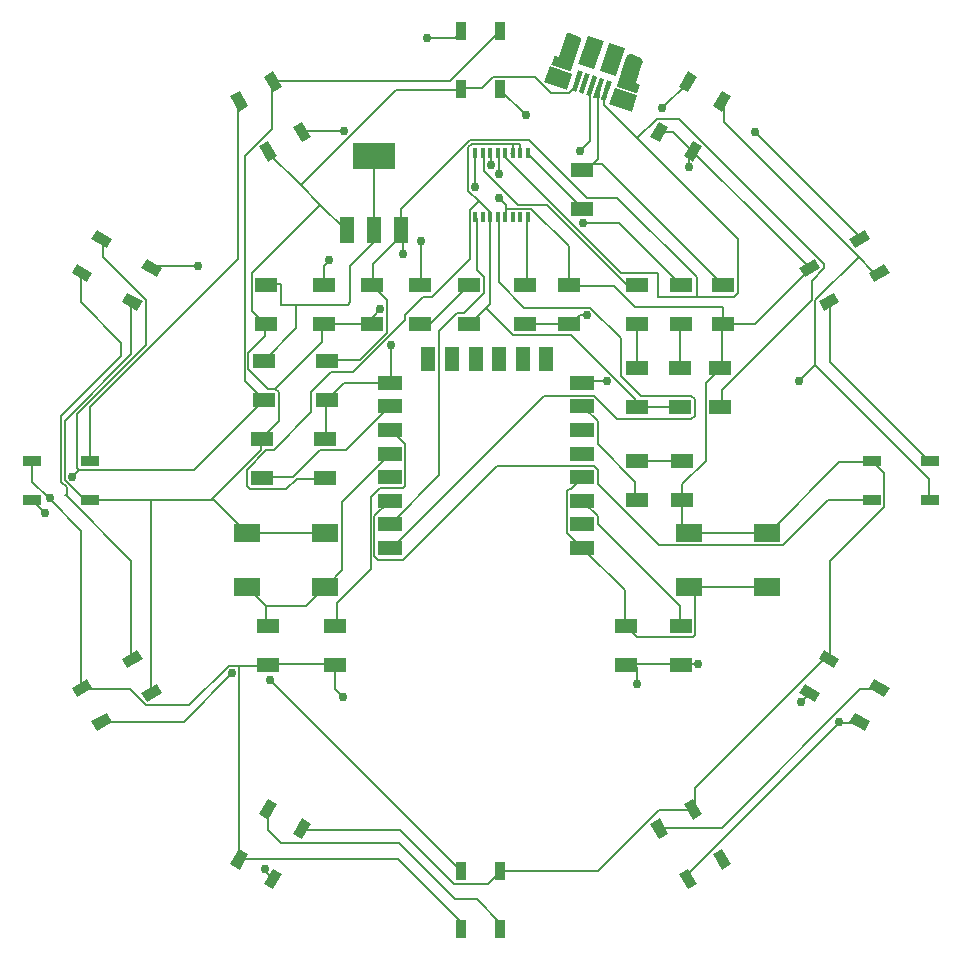
<source format=gbr>
G04 EAGLE Gerber RS-274X export*
G75*
%MOMM*%
%FSLAX34Y34*%
%LPD*%
%INTop Copper*%
%IPPOS*%
%AMOC8*
5,1,8,0,0,1.08239X$1,22.5*%
G01*
%ADD10R,1.905000X1.270000*%
%ADD11R,0.406400X0.914400*%
%ADD12R,1.500000X0.900000*%
%ADD13R,0.900000X1.500000*%
%ADD14R,2.286000X1.524000*%
%ADD15R,2.000000X1.200000*%
%ADD16R,1.200000X2.000000*%
%ADD17R,1.219200X2.235200*%
%ADD18R,3.600000X2.200000*%
%ADD19R,1.750000X0.400000*%
%ADD20R,1.460000X2.000000*%
%ADD21R,2.500000X1.425000*%
%ADD22C,1.000000*%
%ADD23C,1.100000*%
%ADD24C,0.152400*%
%ADD25C,0.756400*%

G36*
X131470Y327544D02*
X131470Y327544D01*
X131525Y327539D01*
X131611Y327557D01*
X131699Y327566D01*
X131750Y327586D01*
X131803Y327597D01*
X131881Y327638D01*
X131963Y327671D01*
X132007Y327704D01*
X132055Y327729D01*
X132118Y327791D01*
X132188Y327845D01*
X132220Y327889D01*
X132260Y327926D01*
X132294Y327989D01*
X132356Y328074D01*
X132388Y328163D01*
X132420Y328221D01*
X134509Y334271D01*
X134521Y334332D01*
X134542Y334391D01*
X134548Y334471D01*
X134563Y334550D01*
X134558Y334612D01*
X134562Y334675D01*
X134545Y334753D01*
X134538Y334833D01*
X134515Y334892D01*
X134502Y334952D01*
X134464Y335023D01*
X134435Y335098D01*
X134397Y335148D01*
X134368Y335203D01*
X134312Y335261D01*
X134263Y335324D01*
X134213Y335362D01*
X134169Y335406D01*
X134110Y335438D01*
X134035Y335494D01*
X133936Y335531D01*
X133873Y335565D01*
X131279Y336438D01*
X136939Y353406D01*
X136979Y353621D01*
X136990Y353670D01*
X137035Y354462D01*
X137022Y354611D01*
X137022Y354689D01*
X136889Y355471D01*
X136844Y355614D01*
X136826Y355690D01*
X136523Y356423D01*
X136448Y356551D01*
X136413Y356622D01*
X135955Y357269D01*
X135852Y357378D01*
X135803Y357439D01*
X135212Y357968D01*
X135088Y358050D01*
X135026Y358099D01*
X134332Y358483D01*
X134193Y358537D01*
X134122Y358570D01*
X133381Y358784D01*
X127716Y360691D01*
X127587Y360715D01*
X127512Y360737D01*
X126823Y360819D01*
X126615Y360814D01*
X126558Y360815D01*
X125871Y360716D01*
X125671Y360658D01*
X125616Y360645D01*
X124979Y360371D01*
X124801Y360263D01*
X124751Y360236D01*
X124206Y359806D01*
X124143Y359741D01*
X124077Y359686D01*
X124051Y359646D01*
X124021Y359617D01*
X123605Y359061D01*
X123505Y358879D01*
X123476Y358830D01*
X123218Y358186D01*
X123211Y358156D01*
X123199Y358135D01*
X115050Y334077D01*
X115039Y334019D01*
X115019Y333963D01*
X115013Y333880D01*
X114998Y333798D01*
X115003Y333739D01*
X114999Y333679D01*
X115017Y333598D01*
X115025Y333515D01*
X115046Y333460D01*
X115059Y333402D01*
X115098Y333328D01*
X115129Y333251D01*
X115165Y333203D01*
X115193Y333151D01*
X115252Y333091D01*
X115302Y333025D01*
X115350Y332990D01*
X115392Y332948D01*
X115452Y332915D01*
X115532Y332857D01*
X115627Y332822D01*
X115688Y332789D01*
X131137Y327590D01*
X131190Y327580D01*
X131241Y327561D01*
X131329Y327554D01*
X131416Y327538D01*
X131470Y327544D01*
G37*
G36*
X75916Y346241D02*
X75916Y346241D01*
X75974Y346237D01*
X76057Y346255D01*
X76141Y346263D01*
X76195Y346285D01*
X76252Y346297D01*
X76327Y346337D01*
X76405Y346368D01*
X76451Y346404D01*
X76503Y346431D01*
X76563Y346490D01*
X76630Y346542D01*
X76664Y346589D01*
X76706Y346630D01*
X76739Y346691D01*
X76798Y346772D01*
X76832Y346865D01*
X76865Y346926D01*
X85189Y371663D01*
X85201Y371727D01*
X85220Y371774D01*
X85330Y372288D01*
X85345Y372497D01*
X85351Y372553D01*
X85325Y373078D01*
X85285Y373282D01*
X85277Y373339D01*
X85115Y373839D01*
X85024Y374027D01*
X85001Y374079D01*
X84716Y374520D01*
X84579Y374678D01*
X84544Y374722D01*
X84153Y375075D01*
X83980Y375192D01*
X83935Y375225D01*
X83467Y375465D01*
X83402Y375488D01*
X83356Y375514D01*
X75237Y378510D01*
X75176Y378523D01*
X75132Y378542D01*
X74736Y378641D01*
X74453Y378670D01*
X74435Y378667D01*
X74419Y378669D01*
X74012Y378640D01*
X73734Y378581D01*
X73718Y378572D01*
X73703Y378569D01*
X73325Y378416D01*
X73079Y378274D01*
X73066Y378260D01*
X73052Y378252D01*
X72740Y377990D01*
X72550Y377779D01*
X72542Y377762D01*
X72532Y377750D01*
X72315Y377404D01*
X72250Y377258D01*
X72214Y377190D01*
X65888Y358391D01*
X63267Y359273D01*
X63210Y359284D01*
X63155Y359304D01*
X63071Y359310D01*
X62988Y359325D01*
X62930Y359320D01*
X62871Y359324D01*
X62789Y359306D01*
X62705Y359298D01*
X62651Y359276D01*
X62593Y359264D01*
X62519Y359224D01*
X62441Y359193D01*
X62394Y359157D01*
X62343Y359130D01*
X62283Y359071D01*
X62216Y359019D01*
X62181Y358972D01*
X62139Y358931D01*
X62107Y358870D01*
X62048Y358790D01*
X62014Y358696D01*
X61981Y358635D01*
X59956Y352617D01*
X59945Y352559D01*
X59925Y352504D01*
X59919Y352420D01*
X59904Y352337D01*
X59909Y352279D01*
X59905Y352221D01*
X59923Y352138D01*
X59931Y352054D01*
X59953Y352000D01*
X59965Y351943D01*
X60005Y351868D01*
X60036Y351790D01*
X60072Y351744D01*
X60100Y351692D01*
X60158Y351632D01*
X60210Y351565D01*
X60257Y351531D01*
X60298Y351489D01*
X60359Y351456D01*
X60440Y351397D01*
X60533Y351363D01*
X60594Y351331D01*
X75578Y346288D01*
X75636Y346277D01*
X75691Y346257D01*
X75775Y346251D01*
X75858Y346236D01*
X75916Y346241D01*
G37*
D10*
X-91690Y165468D03*
X-91690Y132448D03*
X74815Y165468D03*
X74815Y132448D03*
X205261Y132448D03*
X205261Y165468D03*
X-131681Y2116D03*
X-131681Y35136D03*
X-132987Y132448D03*
X-132987Y165468D03*
X-130300Y68268D03*
X-130300Y101288D03*
X202832Y94944D03*
X202832Y61924D03*
X-181387Y165468D03*
X-181387Y132448D03*
D11*
X-4523Y222554D03*
X1827Y222554D03*
X8177Y222554D03*
X14527Y222554D03*
X20877Y222554D03*
X27227Y222554D03*
X33577Y222554D03*
X39927Y222554D03*
X39927Y276910D03*
X33577Y276910D03*
X27227Y276910D03*
X20877Y276910D03*
X14527Y276910D03*
X8177Y276910D03*
X1827Y276910D03*
X-4523Y276910D03*
D12*
X380100Y-16500D03*
X380100Y16500D03*
X331100Y-16500D03*
X331100Y16500D03*
D13*
X-16500Y-380100D03*
X16500Y-380100D03*
X-16500Y-331100D03*
X16500Y-331100D03*
D12*
G36*
X175908Y-328681D02*
X183408Y-341671D01*
X175614Y-346171D01*
X168114Y-333181D01*
X175908Y-328681D01*
G37*
G36*
X204486Y-312181D02*
X211986Y-325171D01*
X204192Y-329671D01*
X196692Y-316681D01*
X204486Y-312181D01*
G37*
G36*
X151408Y-286246D02*
X158908Y-299236D01*
X151114Y-303736D01*
X143614Y-290746D01*
X151408Y-286246D01*
G37*
G36*
X179986Y-269746D02*
X187486Y-282736D01*
X179692Y-287236D01*
X172192Y-274246D01*
X179986Y-269746D01*
G37*
G36*
X316681Y-196692D02*
X329671Y-204192D01*
X325171Y-211986D01*
X312181Y-204486D01*
X316681Y-196692D01*
G37*
G36*
X333181Y-168114D02*
X346171Y-175614D01*
X341671Y-183408D01*
X328681Y-175908D01*
X333181Y-168114D01*
G37*
G36*
X274246Y-172192D02*
X287236Y-179692D01*
X282736Y-187486D01*
X269746Y-179986D01*
X274246Y-172192D01*
G37*
G36*
X290746Y-143614D02*
X303736Y-151114D01*
X299236Y-158908D01*
X286246Y-151408D01*
X290746Y-143614D01*
G37*
G36*
X328681Y175908D02*
X341671Y183408D01*
X346171Y175614D01*
X333181Y168114D01*
X328681Y175908D01*
G37*
G36*
X312181Y204486D02*
X325171Y211986D01*
X329671Y204192D01*
X316681Y196692D01*
X312181Y204486D01*
G37*
G36*
X286246Y151408D02*
X299236Y158908D01*
X303736Y151114D01*
X290746Y143614D01*
X286246Y151408D01*
G37*
G36*
X269746Y179986D02*
X282736Y187486D01*
X287236Y179692D01*
X274246Y172192D01*
X269746Y179986D01*
G37*
G36*
X196692Y316681D02*
X204192Y329671D01*
X211986Y325171D01*
X204486Y312181D01*
X196692Y316681D01*
G37*
G36*
X168114Y333181D02*
X175614Y346171D01*
X183408Y341671D01*
X175908Y328681D01*
X168114Y333181D01*
G37*
G36*
X172192Y274246D02*
X179692Y287236D01*
X187486Y282736D01*
X179986Y269746D01*
X172192Y274246D01*
G37*
G36*
X143614Y290746D02*
X151114Y303736D01*
X158908Y299236D01*
X151408Y286246D01*
X143614Y290746D01*
G37*
D13*
X16500Y380100D03*
X-16500Y380100D03*
X16500Y331100D03*
X-16500Y331100D03*
D12*
G36*
X-175908Y328681D02*
X-183408Y341671D01*
X-175614Y346171D01*
X-168114Y333181D01*
X-175908Y328681D01*
G37*
G36*
X-204486Y312181D02*
X-211986Y325171D01*
X-204192Y329671D01*
X-196692Y316681D01*
X-204486Y312181D01*
G37*
G36*
X-151408Y286246D02*
X-158908Y299236D01*
X-151114Y303736D01*
X-143614Y290746D01*
X-151408Y286246D01*
G37*
G36*
X-179986Y269746D02*
X-187486Y282736D01*
X-179692Y287236D01*
X-172192Y274246D01*
X-179986Y269746D01*
G37*
G36*
X-316681Y196692D02*
X-329671Y204192D01*
X-325171Y211986D01*
X-312181Y204486D01*
X-316681Y196692D01*
G37*
G36*
X-333181Y168114D02*
X-346171Y175614D01*
X-341671Y183408D01*
X-328681Y175908D01*
X-333181Y168114D01*
G37*
G36*
X-274246Y172192D02*
X-287236Y179692D01*
X-282736Y187486D01*
X-269746Y179986D01*
X-274246Y172192D01*
G37*
G36*
X-290746Y143614D02*
X-303736Y151114D01*
X-299236Y158908D01*
X-286246Y151408D01*
X-290746Y143614D01*
G37*
X-380100Y16500D03*
X-380100Y-16500D03*
X-331100Y16500D03*
X-331100Y-16500D03*
G36*
X-328681Y-175908D02*
X-341671Y-183408D01*
X-346171Y-175614D01*
X-333181Y-168114D01*
X-328681Y-175908D01*
G37*
G36*
X-312181Y-204486D02*
X-325171Y-211986D01*
X-329671Y-204192D01*
X-316681Y-196692D01*
X-312181Y-204486D01*
G37*
G36*
X-286246Y-151408D02*
X-299236Y-158908D01*
X-303736Y-151114D01*
X-290746Y-143614D01*
X-286246Y-151408D01*
G37*
G36*
X-269746Y-179986D02*
X-282736Y-187486D01*
X-287236Y-179692D01*
X-274246Y-172192D01*
X-269746Y-179986D01*
G37*
G36*
X-196692Y-316681D02*
X-204192Y-329671D01*
X-211986Y-325171D01*
X-204486Y-312181D01*
X-196692Y-316681D01*
G37*
G36*
X-168114Y-333181D02*
X-175614Y-346171D01*
X-183408Y-341671D01*
X-175908Y-328681D01*
X-168114Y-333181D01*
G37*
G36*
X-172192Y-274246D02*
X-179692Y-287236D01*
X-187486Y-282736D01*
X-179986Y-269746D01*
X-172192Y-274246D01*
G37*
G36*
X-143614Y-290746D02*
X-151114Y-303736D01*
X-158908Y-299236D01*
X-151408Y-286246D01*
X-143614Y-290746D01*
G37*
D10*
X86176Y229698D03*
X86176Y262718D03*
X-123400Y-123342D03*
X-123400Y-156362D03*
X-185190Y35136D03*
X-185190Y2116D03*
X132444Y-16474D03*
X132444Y16546D03*
X37754Y132448D03*
X37754Y165468D03*
X-51206Y165468D03*
X-51206Y132448D03*
X132225Y165468D03*
X132225Y132448D03*
X169714Y165468D03*
X169714Y132448D03*
X-183841Y101288D03*
X-183841Y68268D03*
X169470Y-123342D03*
X169470Y-156362D03*
X123334Y-123342D03*
X123334Y-156362D03*
X-179986Y-123342D03*
X-179986Y-156362D03*
D14*
X176328Y-44814D03*
X242368Y-44814D03*
X176328Y-90534D03*
X242368Y-90534D03*
X-131627Y-90534D03*
X-197667Y-90534D03*
X-131627Y-44814D03*
X-197667Y-44814D03*
D15*
X85634Y82645D03*
X85634Y62645D03*
X85634Y42645D03*
X85634Y22645D03*
X85634Y2645D03*
X85634Y-17355D03*
X85634Y-37355D03*
X85634Y-57355D03*
X-76366Y82645D03*
X-76366Y62645D03*
X-76366Y42645D03*
X-76366Y22645D03*
X-76366Y2645D03*
X-76366Y-17355D03*
X-76366Y-37355D03*
X-76366Y-57355D03*
D16*
X-24366Y102645D03*
X55634Y102645D03*
X35634Y102645D03*
X-44366Y102645D03*
X15634Y102645D03*
X-4366Y102645D03*
D10*
X-9671Y132448D03*
X-9671Y165468D03*
X168820Y61924D03*
X168820Y94944D03*
X132112Y61924D03*
X132112Y94944D03*
X170167Y16546D03*
X170167Y-16474D03*
D17*
X-113433Y212328D03*
X-90319Y212328D03*
X-67205Y212328D03*
D18*
X-90319Y274306D03*
D19*
G36*
X89285Y326287D02*
X94866Y342872D01*
X98657Y341597D01*
X93076Y325012D01*
X89285Y326287D01*
G37*
G36*
X95446Y324213D02*
X101027Y340798D01*
X104818Y339523D01*
X99237Y322938D01*
X95446Y324213D01*
G37*
G36*
X76964Y330433D02*
X82545Y347018D01*
X86336Y345743D01*
X80755Y329158D01*
X76964Y330433D01*
G37*
G36*
X83125Y328360D02*
X88706Y344945D01*
X92497Y343670D01*
X86916Y327085D01*
X83125Y328360D01*
G37*
D20*
G36*
X53803Y336856D02*
X58460Y350693D01*
X77415Y344314D01*
X72758Y330477D01*
X53803Y336856D01*
G37*
G36*
X108773Y318356D02*
X113430Y332193D01*
X132385Y325814D01*
X127728Y311977D01*
X108773Y318356D01*
G37*
D21*
G36*
X100887Y346650D02*
X108861Y370343D01*
X122365Y365798D01*
X114391Y342105D01*
X100887Y346650D01*
G37*
G36*
X82642Y352790D02*
X90616Y376483D01*
X104120Y371938D01*
X96146Y348245D01*
X82642Y352790D01*
G37*
D22*
X76595Y366959D03*
D23*
X127932Y349217D02*
X129206Y353007D01*
D19*
G36*
X101606Y322140D02*
X107187Y338725D01*
X110978Y337450D01*
X105397Y320865D01*
X101606Y322140D01*
G37*
D24*
X1524Y332232D02*
X-15240Y332232D01*
X1524Y332232D02*
X10668Y341376D01*
X45720Y341376D01*
X59436Y327660D01*
X74676Y327660D01*
X80772Y333756D01*
X80772Y336804D01*
X-15240Y332232D02*
X-16500Y331100D01*
X80772Y336804D02*
X81650Y338088D01*
X-114300Y211836D02*
X-135636Y233172D01*
X-152400Y249936D01*
X-179832Y277368D01*
X-179839Y278491D01*
X-114300Y211836D02*
X-113433Y212328D01*
X-71628Y330708D02*
X-16764Y330708D01*
X-71628Y330708D02*
X-152400Y249936D01*
X-16764Y330708D02*
X-16500Y331100D01*
X-92964Y132588D02*
X-132588Y132588D01*
X-132987Y132448D01*
X-92964Y132588D02*
X-91690Y132448D01*
X-225552Y-16764D02*
X-228600Y-16764D01*
X-278892Y-16764D01*
X-330708Y-16764D01*
X-225552Y-16764D02*
X-198120Y-44196D01*
X-330708Y-16764D02*
X-331100Y-16500D01*
X-198120Y-44196D02*
X-197667Y-44814D01*
X-278892Y-16764D02*
X-278892Y-179832D01*
X-278491Y-179839D01*
X-295656Y106680D02*
X-295656Y150876D01*
X-295656Y106680D02*
X-352044Y50292D01*
X-352044Y0D01*
X-336804Y-15240D01*
X-332232Y-15240D01*
X-295656Y150876D02*
X-294991Y151261D01*
X-332232Y-15240D02*
X-331100Y-16500D01*
X-185928Y25908D02*
X-185928Y35052D01*
X-185928Y25908D02*
X-228600Y-16764D01*
X-185928Y35052D02*
X-185190Y35136D01*
X-182880Y121920D02*
X-182880Y131064D01*
X-182880Y121920D02*
X-196596Y108204D01*
X-196596Y94488D01*
X-179832Y77724D01*
X-173736Y77724D01*
X-170688Y74676D01*
X-170688Y50292D01*
X-184404Y36576D01*
X-182880Y131064D02*
X-181387Y132448D01*
X-184404Y36576D02*
X-185190Y35136D01*
X-196596Y-44196D02*
X-132588Y-44196D01*
X-131627Y-44814D01*
X-196596Y-44196D02*
X-197667Y-44814D01*
X-134112Y117348D02*
X-134112Y131064D01*
X-134112Y117348D02*
X-173736Y77724D01*
X-134112Y131064D02*
X-132987Y132448D01*
X-193548Y175260D02*
X-135636Y233172D01*
X-193548Y175260D02*
X-193548Y143256D01*
X-182880Y132588D01*
X-181387Y132448D01*
X16764Y-330708D02*
X99060Y-330708D01*
X150876Y-278892D01*
X179832Y-278892D01*
X16764Y-330708D02*
X16500Y-331100D01*
X179832Y-278892D02*
X179839Y-278491D01*
X-68580Y-295656D02*
X-150876Y-295656D01*
X-68580Y-295656D02*
X-22860Y-341376D01*
X6096Y-341376D01*
X15240Y-332232D01*
X-150876Y-295656D02*
X-151261Y-294991D01*
X15240Y-332232D02*
X16500Y-331100D01*
X289560Y-152400D02*
X294132Y-152400D01*
X289560Y-152400D02*
X181356Y-260604D01*
X181356Y-277368D01*
X294132Y-152400D02*
X294991Y-151261D01*
X181356Y-277368D02*
X179839Y-278491D01*
X-131064Y36576D02*
X-131064Y67056D01*
X-131064Y36576D02*
X-131681Y35136D01*
X-131064Y67056D02*
X-130300Y68268D01*
X-115824Y82296D02*
X-77724Y82296D01*
X-115824Y82296D02*
X-129540Y68580D01*
X-77724Y82296D02*
X-76366Y82645D01*
X-129540Y68580D02*
X-130300Y68268D01*
X21614Y230124D02*
X42672Y230124D01*
X74676Y198120D01*
X74676Y166116D01*
X20877Y222554D02*
X21336Y224028D01*
X74676Y166116D02*
X74815Y165468D01*
X15240Y259080D02*
X15240Y275844D01*
X14527Y276910D01*
X-76200Y114300D02*
X-76200Y83820D01*
X-76366Y82645D01*
X170688Y-16764D02*
X170688Y-39624D01*
X175260Y-44196D01*
X170688Y-16764D02*
X170167Y-16474D01*
X175260Y-44196D02*
X176328Y-44814D01*
X303276Y15240D02*
X330708Y15240D01*
X303276Y15240D02*
X243840Y-44196D01*
X330708Y15240D02*
X331100Y16500D01*
X243840Y-44196D02*
X242368Y-44814D01*
X242316Y-44196D02*
X176784Y-44196D01*
X176328Y-44814D01*
X242316Y-44196D02*
X242368Y-44814D01*
X278491Y179839D02*
X262895Y195436D01*
X262695Y195436D01*
X277978Y180442D02*
X280641Y180442D01*
X277978Y180442D02*
X277368Y179832D01*
X280641Y180442D02*
X232648Y132448D01*
X277368Y179832D02*
X278491Y179839D01*
X232648Y132448D02*
X205261Y132448D01*
X262695Y195436D02*
X163140Y294991D01*
X151261Y294991D01*
X204216Y131064D02*
X204216Y96012D01*
X202832Y94944D01*
X204216Y131064D02*
X205261Y132448D01*
X170688Y-3048D02*
X170688Y-15240D01*
X170688Y-3048D02*
X190500Y16764D01*
X190500Y82296D01*
X202692Y94488D01*
X170688Y-15240D02*
X170167Y-16474D01*
X202692Y94488D02*
X202832Y94944D01*
X112776Y164592D02*
X76200Y164592D01*
X112776Y164592D02*
X130349Y147019D01*
X205261Y147019D01*
X205261Y132448D01*
X76200Y164592D02*
X74815Y165468D01*
X295656Y-68580D02*
X295656Y-150876D01*
X295656Y-68580D02*
X341376Y-22860D01*
X341376Y6096D01*
X332232Y15240D01*
X295656Y-150876D02*
X294991Y-151261D01*
X332232Y15240D02*
X331100Y16500D01*
X-91440Y132588D02*
X-91440Y138684D01*
X-85344Y144780D01*
X-91440Y132588D02*
X-91690Y132448D01*
D25*
X15240Y259080D03*
X15240Y239268D03*
X-76200Y114300D03*
X-85344Y144780D03*
D24*
X15240Y239268D02*
X21336Y233172D01*
X21336Y230402D01*
X21336Y224028D01*
X21614Y230124D02*
X21336Y230402D01*
X-102108Y102108D02*
X-129540Y102108D01*
X-102108Y102108D02*
X-79248Y124968D01*
X-79248Y152400D01*
X-91440Y164592D01*
X-129540Y102108D02*
X-130300Y101288D01*
X-91440Y164592D02*
X-91690Y165468D01*
X-132588Y166116D02*
X-132987Y165468D01*
X-68580Y213360D02*
X-67205Y212328D01*
X-91440Y182880D02*
X-91440Y166116D01*
X-91440Y182880D02*
X-68580Y205740D01*
X-68580Y209687D02*
X-68580Y211836D01*
X-68580Y209687D02*
X-68580Y205740D01*
X-91440Y166116D02*
X-91690Y165468D01*
X-68580Y211836D02*
X-67205Y212328D01*
X21336Y272796D02*
X21336Y275844D01*
X21336Y272796D02*
X118872Y175260D01*
X182880Y155448D02*
X214884Y155448D01*
X163543Y155448D02*
X160020Y155448D01*
X163543Y155448D02*
X182880Y155448D01*
X214884Y155448D02*
X217932Y158496D01*
X217932Y204216D01*
X132588Y289560D02*
X104793Y317355D01*
X132588Y289560D02*
X217932Y204216D01*
X21336Y275844D02*
X20877Y276910D01*
X204216Y76200D02*
X204216Y62484D01*
X204216Y76200D02*
X280416Y152400D01*
X280416Y169164D01*
X291084Y179832D01*
X291084Y182880D01*
X167640Y306324D01*
X149352Y306324D01*
X132588Y289560D02*
X132588Y289560D01*
X149352Y306324D01*
X204216Y62484D02*
X202832Y61924D01*
X41148Y288036D02*
X-9144Y288036D01*
X41148Y288036D02*
X89916Y239268D01*
X115824Y239268D01*
X182880Y172212D01*
X182880Y155448D01*
X-67205Y212328D02*
X-67205Y229975D01*
X-9144Y288036D01*
X-132987Y181209D02*
X-132987Y165468D01*
X-132987Y181209D02*
X-128119Y186078D01*
X-128119Y186688D01*
D25*
X-128119Y186688D03*
X-65411Y191545D03*
D24*
X-65411Y206518D01*
X-68580Y209687D01*
X118872Y175260D02*
X150356Y175260D01*
X150356Y155405D01*
X163500Y155405D01*
X163543Y155448D01*
X106292Y324161D02*
X106292Y329795D01*
X106292Y324161D02*
X104814Y324161D01*
X103900Y324161D01*
X102971Y324161D01*
X104793Y317355D02*
X104814Y317355D01*
X104814Y324161D01*
X41148Y275844D02*
X86868Y230124D01*
X41148Y275844D02*
X39927Y276910D01*
X86176Y229698D02*
X86868Y230124D01*
X39624Y222504D02*
X39624Y167640D01*
X38100Y166116D01*
X39624Y222504D02*
X39927Y222554D01*
X38100Y166116D02*
X37754Y165468D01*
X83820Y140208D02*
X89916Y140208D01*
X83820Y140208D02*
X76200Y132588D01*
X74815Y132448D01*
X74676Y132588D02*
X38100Y132588D01*
X37754Y132448D01*
X74676Y132588D02*
X74815Y132448D01*
D25*
X84294Y279216D03*
X89916Y140208D03*
D24*
X93971Y332918D02*
X93971Y333942D01*
X93971Y332918D02*
X92454Y331400D01*
X93971Y332918D02*
X93971Y333942D01*
X93971Y332918D01*
X92217Y331163D02*
X92217Y287138D01*
X84294Y279216D01*
X92217Y331163D02*
X92454Y331400D01*
X90380Y264116D02*
X89916Y263652D01*
X90380Y264116D02*
X94295Y268031D01*
X89916Y263652D02*
X86868Y263652D01*
X86176Y262718D01*
X204216Y166116D02*
X205261Y165468D01*
X100132Y328290D02*
X100132Y331868D01*
X100132Y328290D02*
X96331Y324490D01*
X94423Y268159D02*
X94295Y268031D01*
X102570Y268159D02*
X205261Y165468D01*
X102570Y268159D02*
X95388Y268159D01*
X94423Y268159D01*
X100132Y324927D02*
X100132Y331868D01*
X100132Y324927D02*
X99137Y323932D01*
X99137Y271908D02*
X95388Y268159D01*
X99137Y271908D02*
X99137Y323932D01*
X87574Y264116D02*
X86176Y262718D01*
X87574Y264116D02*
X90380Y264116D01*
X132588Y62484D02*
X167640Y62484D01*
X132588Y62484D02*
X132112Y61924D01*
X167640Y62484D02*
X168820Y61924D01*
X27227Y276910D02*
X27432Y277368D01*
X33528Y277368D02*
X33577Y276910D01*
X7620Y222504D02*
X7620Y149352D01*
X4572Y146304D02*
X-9144Y132588D01*
X4572Y146304D02*
X7620Y149352D01*
X7620Y222504D02*
X8177Y222554D01*
X-9144Y132588D02*
X-9671Y132448D01*
X-7620Y284988D02*
X27098Y284988D01*
X33081Y284988D01*
X-7620Y284988D02*
X-10668Y281940D01*
X-10668Y245364D01*
X-1524Y236220D02*
X7620Y227076D01*
X-1524Y236220D02*
X-10668Y245364D01*
X7620Y227076D02*
X7620Y224028D01*
X25908Y277368D02*
X27227Y276910D01*
X7620Y224028D02*
X8177Y222554D01*
X-132588Y1524D02*
X-155448Y1524D01*
X-164592Y-7620D01*
X-195072Y-7620D01*
X-198120Y-4572D01*
X-198120Y9144D01*
X-181356Y25908D01*
X-175260Y25908D01*
X-143256Y57912D01*
X-143256Y74676D01*
X-126492Y91440D01*
X-108204Y91440D01*
X-64008Y135636D01*
X-64008Y140208D01*
X-48768Y155448D01*
X-41148Y155448D01*
X-9144Y187452D01*
X-9144Y228600D01*
X-1524Y236220D01*
X-131681Y2116D02*
X-132588Y1524D01*
X131064Y62484D02*
X131064Y68580D01*
X76200Y123444D01*
X27432Y123444D01*
X4572Y146304D01*
X131064Y62484D02*
X132112Y61924D01*
X33577Y276910D02*
X33577Y284487D01*
X33580Y284489D01*
X33081Y284988D01*
X27098Y284988D02*
X27098Y277702D01*
X27432Y277368D01*
X-3048Y222504D02*
X-3048Y178308D01*
X3048Y172212D01*
X3048Y158496D01*
X-13716Y141732D01*
X-19812Y141732D01*
X-35052Y126492D01*
X-35052Y4572D01*
X-76200Y-36576D01*
X-4523Y222554D02*
X-3048Y222504D01*
X-76200Y-36576D02*
X-76366Y-37355D01*
X15240Y167640D02*
X15240Y222504D01*
X15240Y167640D02*
X36576Y146304D01*
X92964Y146304D01*
X118872Y120396D01*
X118872Y88392D01*
X135636Y71628D01*
X178308Y71628D01*
X181356Y68580D01*
X181356Y54864D01*
X178308Y51816D01*
X115824Y51816D01*
X96012Y71628D01*
X53340Y71628D01*
X-76200Y-57912D01*
X14527Y222554D02*
X15240Y222504D01*
X-76366Y-57355D02*
X-76200Y-57912D01*
X-4572Y248412D02*
X-4572Y275844D01*
X-50292Y202692D02*
X-50292Y166116D01*
X-4572Y275844D02*
X-4523Y276910D01*
X-50292Y166116D02*
X-51206Y165468D01*
D25*
X-4572Y248412D03*
X-50292Y202692D03*
D24*
X3048Y262128D02*
X3048Y275844D01*
X3048Y262128D02*
X32004Y233172D01*
X56388Y233172D01*
X123444Y166116D01*
X131064Y166116D01*
X3048Y275844D02*
X1827Y276910D01*
X131064Y166116D02*
X132225Y165468D01*
X9144Y266700D02*
X9144Y275844D01*
X86868Y217932D02*
X117348Y217932D01*
X169164Y166116D01*
X9144Y275844D02*
X8177Y276910D01*
X169164Y166116D02*
X169714Y165468D01*
D25*
X9144Y266700D03*
X86868Y217932D03*
D24*
X169164Y131064D02*
X169164Y96012D01*
X168820Y94944D01*
X169164Y131064D02*
X169714Y132448D01*
X132588Y131064D02*
X132588Y96012D01*
X132112Y94944D01*
X132588Y131064D02*
X132225Y132448D01*
X-42672Y132588D02*
X-50292Y132588D01*
X-42672Y132588D02*
X-10668Y164592D01*
X-50292Y132588D02*
X-51206Y132448D01*
X-10668Y164592D02*
X-9671Y165468D01*
X-182880Y102108D02*
X-183841Y101288D01*
X-181356Y164592D02*
X-181382Y165315D01*
X-181387Y165468D01*
X-89916Y214879D02*
X-89916Y272796D01*
X-89916Y214879D02*
X-89916Y213360D01*
X-90319Y212328D01*
X-89916Y272796D02*
X-90319Y274306D01*
X-90319Y212328D02*
X-91440Y211836D01*
X-88535Y203617D02*
X-110422Y181730D01*
X-88535Y203617D02*
X-88535Y213498D01*
X-89916Y214879D01*
X-156075Y148587D02*
X-169164Y148587D01*
X-156075Y148587D02*
X-112500Y148587D01*
X-110422Y150665D01*
X-110422Y181730D01*
X-169164Y165651D02*
X-169164Y148587D01*
X-169164Y165651D02*
X-170024Y166510D01*
X-180186Y166510D01*
X-181382Y165315D01*
X-156075Y148587D02*
X-156075Y129054D01*
X-183841Y101288D01*
X176784Y-332232D02*
X176784Y-336804D01*
X176784Y-332232D02*
X303276Y-205740D01*
X320040Y-205740D01*
X176784Y-336804D02*
X175761Y-337426D01*
X320040Y-205740D02*
X320926Y-204339D01*
X332232Y176784D02*
X336804Y176784D01*
X320040Y188976D02*
X205740Y303276D01*
X320040Y188976D02*
X332232Y176784D01*
X205740Y303276D02*
X205740Y320040D01*
X336804Y176784D02*
X337426Y175761D01*
X205740Y320040D02*
X204339Y320926D01*
X379476Y1524D02*
X379476Y-15240D01*
X379476Y1524D02*
X283464Y97536D01*
X283464Y152400D01*
X320040Y188976D01*
X379476Y-15240D02*
X380100Y-16500D01*
X106680Y83820D02*
X86868Y83820D01*
X269748Y83820D02*
X283464Y97536D01*
X86868Y83820D02*
X85634Y82645D01*
X303276Y-204216D02*
X303276Y-205740D01*
X-25908Y338328D02*
X-175260Y338328D01*
X-25908Y338328D02*
X15240Y379476D01*
X-175260Y338328D02*
X-175761Y337426D01*
X15240Y379476D02*
X16500Y380100D01*
X-320040Y204216D02*
X-320040Y188976D01*
X-283464Y152400D01*
X-283464Y114300D01*
X-341376Y56388D01*
X-341376Y10668D01*
X-339852Y9144D01*
X-242316Y9144D01*
X-184404Y67056D01*
X-320040Y204216D02*
X-320926Y204339D01*
X-183841Y68268D02*
X-184404Y67056D01*
X-176784Y297180D02*
X-176784Y336804D01*
X-176784Y297180D02*
X-199644Y274320D01*
X-199644Y83820D01*
X-184404Y68580D01*
X-176784Y336804D02*
X-175761Y337426D01*
X-184404Y68580D02*
X-183841Y68268D01*
X128616Y-155448D02*
X169164Y-155448D01*
X128616Y-155448D02*
X123444Y-155448D01*
X123334Y-156362D01*
X169164Y-155448D02*
X169470Y-156362D01*
X-297180Y-176784D02*
X-336804Y-176784D01*
X-297180Y-176784D02*
X-283464Y-190500D01*
X-246888Y-190500D01*
X-213360Y-156972D01*
X-204216Y-156972D02*
X-181356Y-156972D01*
X-204216Y-156972D02*
X-213360Y-156972D01*
X-336804Y-176784D02*
X-337426Y-175761D01*
X-181356Y-156972D02*
X-179986Y-156362D01*
X-379476Y-1524D02*
X-379476Y15240D01*
X-365760Y-15240D02*
X-338328Y-42672D01*
X-365760Y-15240D02*
X-379476Y-1524D01*
X-338328Y-42672D02*
X-338328Y-175260D01*
X-379476Y15240D02*
X-380100Y16500D01*
X-338328Y-175260D02*
X-337426Y-175761D01*
X-204216Y-156972D02*
X-204216Y-320040D01*
X-204339Y-320926D01*
X-16764Y-379476D02*
X-16500Y-380100D01*
X-204216Y-321564D02*
X-204339Y-320926D01*
X-179832Y-155448D02*
X-123444Y-155448D01*
X-123400Y-156362D01*
X-179832Y-155448D02*
X-179986Y-156362D01*
X-339852Y9144D02*
X-345948Y3048D01*
X-364236Y-15240D02*
X-365760Y-15240D01*
X170688Y-155448D02*
X184404Y-155448D01*
X170688Y-155448D02*
X169470Y-156362D01*
D25*
X106680Y83820D03*
X269748Y83820D03*
X303276Y-204216D03*
X-345948Y3048D03*
X-364236Y-15240D03*
X184404Y-155448D03*
D24*
X-13768Y-374377D02*
X-13768Y-377368D01*
X-14768Y-378368D01*
X-16500Y-380100D01*
X-69753Y-320926D02*
X-204339Y-320926D01*
X-16500Y-378368D02*
X-16500Y-380100D01*
X-16500Y-378368D02*
X-14768Y-378368D01*
X-16500Y-378368D02*
X-16500Y-380100D01*
X-16500Y-378368D01*
X-16500Y-380100D02*
X-16500Y-374179D01*
X-69753Y-320926D01*
X-123400Y-176408D02*
X-123400Y-156362D01*
X-123400Y-176408D02*
X-116368Y-183439D01*
D25*
X-116368Y-183439D03*
X131948Y-172273D03*
D24*
X131948Y-158780D01*
X128616Y-155448D01*
X181356Y-89916D02*
X242316Y-89916D01*
X181356Y-89916D02*
X176784Y-89916D01*
X176328Y-90534D01*
X242316Y-89916D02*
X242368Y-90534D01*
X121920Y-92964D02*
X121920Y-121920D01*
X121920Y-92964D02*
X86868Y-57912D01*
X121920Y-121920D02*
X123334Y-123342D01*
X86868Y-57912D02*
X85634Y-57355D01*
X76200Y-7620D02*
X85344Y1524D01*
X76200Y-7620D02*
X74676Y-7620D01*
X73152Y-9144D01*
X73152Y-44196D01*
X85344Y-56388D01*
X85344Y1524D02*
X85634Y2645D01*
X85344Y-56388D02*
X85634Y-57355D01*
X181356Y-89916D02*
X181356Y-131064D01*
X179832Y-132588D01*
X132588Y-132588D01*
X123444Y-123444D01*
X176328Y-90534D02*
X181356Y-89916D01*
X123444Y-123444D02*
X123334Y-123342D01*
X169164Y-121920D02*
X169164Y-106680D01*
X99060Y-36576D01*
X99060Y-30480D01*
X86868Y-18288D01*
X169164Y-121920D02*
X169470Y-123342D01*
X86868Y-18288D02*
X85634Y-17355D01*
X-181356Y-106680D02*
X-181356Y-121920D01*
X-181356Y-106680D02*
X-196596Y-91440D01*
X-181356Y-121920D02*
X-179986Y-123342D01*
X-196596Y-91440D02*
X-197667Y-90534D01*
X-117348Y-18288D02*
X-77724Y21336D01*
X-117348Y-18288D02*
X-117348Y-76200D01*
X-131064Y-89916D01*
X-77724Y21336D02*
X-76366Y22645D01*
X-131064Y-89916D02*
X-131627Y-90534D01*
X-147828Y-106680D02*
X-181356Y-106680D01*
X-147828Y-106680D02*
X-132588Y-91440D01*
X-131627Y-90534D01*
X-121920Y-103632D02*
X-121920Y-121920D01*
X-121920Y-103632D02*
X-92964Y-74676D01*
X-92964Y-13716D01*
X-85344Y-6096D01*
X-65532Y-6096D01*
X-64008Y-4572D01*
X-64008Y30480D01*
X-76200Y42672D01*
X-121920Y-121920D02*
X-123400Y-123342D01*
X-76366Y42645D02*
X-76200Y42672D01*
X-158496Y3048D02*
X-184404Y3048D01*
X-158496Y3048D02*
X-135636Y25908D01*
X-114300Y25908D01*
X-77724Y62484D01*
X-184404Y3048D02*
X-185190Y2116D01*
X-77724Y62484D02*
X-76366Y62645D01*
X131064Y-1524D02*
X131064Y-15240D01*
X131064Y-1524D02*
X99060Y30480D01*
X99060Y50292D01*
X86868Y62484D01*
X131064Y-15240D02*
X132444Y-16474D01*
X86868Y62484D02*
X85634Y62645D01*
X132588Y16764D02*
X169164Y16764D01*
X132588Y16764D02*
X132444Y16546D01*
X169164Y16764D02*
X170167Y16546D01*
X294132Y-16764D02*
X330708Y-16764D01*
X294132Y-16764D02*
X256032Y-54864D01*
X150876Y-54864D01*
X99060Y-3048D01*
X99060Y9144D01*
X96012Y12192D01*
X13716Y12192D01*
X-65532Y-67056D01*
X-86868Y-67056D01*
X-89916Y-64008D01*
X-89916Y-30480D01*
X-77724Y-18288D01*
X330708Y-16764D02*
X331100Y-16500D01*
X-76366Y-17355D02*
X-77724Y-18288D01*
X295656Y100584D02*
X295656Y150876D01*
X295656Y100584D02*
X379476Y16764D01*
X295656Y150876D02*
X294991Y151261D01*
X379476Y16764D02*
X380100Y16500D01*
X317734Y209384D02*
X232336Y294783D01*
X232068Y294783D01*
X38100Y309372D02*
X16764Y330708D01*
X317734Y209384D02*
X320926Y204339D01*
X16764Y330708D02*
X16500Y331100D01*
D25*
X232068Y294783D03*
X38100Y309372D03*
D24*
X-239268Y181356D02*
X-277368Y181356D01*
X-45720Y374904D02*
X-21336Y374904D01*
X-16764Y379476D01*
X-277368Y181356D02*
X-278491Y179839D01*
X-16764Y379476D02*
X-16500Y380100D01*
D25*
X-239268Y181356D03*
X-45720Y374904D03*
D24*
X-295656Y-68580D02*
X-295656Y-150876D01*
X-350614Y-13622D02*
X-351644Y-12592D01*
X-350614Y-13622D02*
X-295656Y-68580D01*
X-338328Y150806D02*
X-338328Y175260D01*
X-295656Y-150876D02*
X-294991Y-151261D01*
X-338328Y175260D02*
X-337426Y175761D01*
X-350614Y-5740D02*
X-350614Y-13622D01*
X-350614Y-5740D02*
X-355092Y-1263D01*
X-355092Y54182D01*
X-304167Y105107D01*
X-304167Y116644D01*
X-338328Y150806D01*
X-320040Y-204216D02*
X-251460Y-204216D01*
X-210312Y-163068D01*
X176784Y265176D02*
X176784Y274320D01*
X179832Y277368D01*
X-320040Y-204216D02*
X-320926Y-204339D01*
X179832Y277368D02*
X179839Y278491D01*
D25*
X-210312Y-163068D03*
X176784Y265176D03*
D24*
X-330708Y62484D02*
X-330708Y16764D01*
X-330708Y62484D02*
X-205740Y187452D01*
X-205740Y320040D01*
X-330708Y16764D02*
X-331100Y16500D01*
X-205740Y320040D02*
X-204339Y320926D01*
X-178308Y-169164D02*
X-16764Y-330708D01*
X-368808Y-27432D02*
X-379476Y-16764D01*
X-16764Y-330708D02*
X-16500Y-331100D01*
X-379476Y-16764D02*
X-380100Y-16500D01*
D25*
X-178308Y-169164D03*
X-368808Y-27432D03*
D24*
X-179832Y-278892D02*
X-179832Y-281940D01*
X-179832Y-278892D02*
X-179839Y-278491D01*
X15240Y-379476D02*
X16500Y-380100D01*
X-179839Y-296012D02*
X-179839Y-278491D01*
X16500Y-374473D02*
X16500Y-380100D01*
X16500Y-374473D02*
X-3222Y-354750D01*
X-168850Y-307001D02*
X-179839Y-296012D01*
X-21678Y-354750D02*
X-3222Y-354750D01*
X-69427Y-307001D02*
X-168850Y-307001D01*
X-69427Y-307001D02*
X-21678Y-354750D01*
X-176784Y-336804D02*
X-182880Y-330708D01*
X-182880Y-329184D01*
X271272Y-187452D02*
X277368Y-181356D01*
X-175761Y-337426D02*
X-176784Y-336804D01*
X277368Y-181356D02*
X278491Y-179839D01*
D25*
X-182880Y-329184D03*
X271272Y-187452D03*
D24*
X204216Y-294132D02*
X152400Y-294132D01*
X204216Y-294132D02*
X321564Y-176784D01*
X336804Y-176784D01*
X152400Y-294132D02*
X151261Y-294991D01*
X336804Y-176784D02*
X337426Y-175761D01*
X-115824Y295656D02*
X-150876Y295656D01*
X153924Y315468D02*
X175260Y336804D01*
X-150876Y295656D02*
X-151261Y294991D01*
X175260Y336804D02*
X175761Y337426D01*
D25*
X-115824Y295656D03*
X153924Y315468D03*
M02*

</source>
